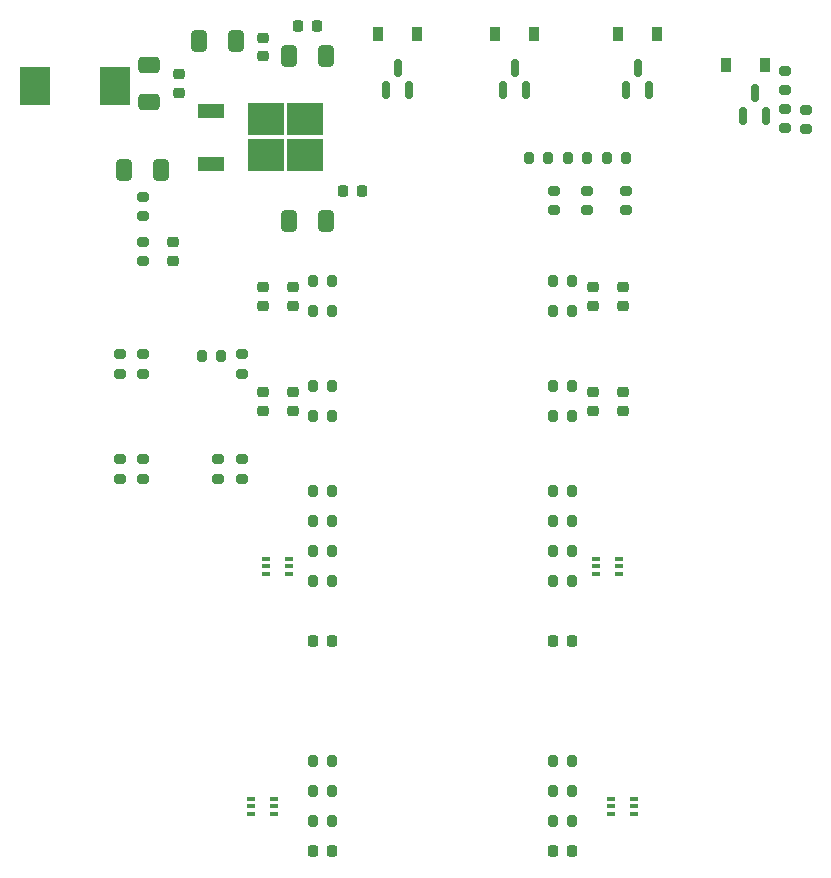
<source format=gbr>
%TF.GenerationSoftware,KiCad,Pcbnew,6.0.2+dfsg-1*%
%TF.CreationDate,2022-12-28T13:01:40+01:00*%
%TF.ProjectId,RobotMotorController,526f626f-744d-46f7-946f-72436f6e7472,rev?*%
%TF.SameCoordinates,Original*%
%TF.FileFunction,Paste,Bot*%
%TF.FilePolarity,Positive*%
%FSLAX46Y46*%
G04 Gerber Fmt 4.6, Leading zero omitted, Abs format (unit mm)*
G04 Created by KiCad (PCBNEW 6.0.2+dfsg-1) date 2022-12-28 13:01:40*
%MOMM*%
%LPD*%
G01*
G04 APERTURE LIST*
G04 Aperture macros list*
%AMRoundRect*
0 Rectangle with rounded corners*
0 $1 Rounding radius*
0 $2 $3 $4 $5 $6 $7 $8 $9 X,Y pos of 4 corners*
0 Add a 4 corners polygon primitive as box body*
4,1,4,$2,$3,$4,$5,$6,$7,$8,$9,$2,$3,0*
0 Add four circle primitives for the rounded corners*
1,1,$1+$1,$2,$3*
1,1,$1+$1,$4,$5*
1,1,$1+$1,$6,$7*
1,1,$1+$1,$8,$9*
0 Add four rect primitives between the rounded corners*
20,1,$1+$1,$2,$3,$4,$5,0*
20,1,$1+$1,$4,$5,$6,$7,0*
20,1,$1+$1,$6,$7,$8,$9,0*
20,1,$1+$1,$8,$9,$2,$3,0*%
G04 Aperture macros list end*
%ADD10RoundRect,0.200000X0.200000X0.275000X-0.200000X0.275000X-0.200000X-0.275000X0.200000X-0.275000X0*%
%ADD11RoundRect,0.225000X0.250000X-0.225000X0.250000X0.225000X-0.250000X0.225000X-0.250000X-0.225000X0*%
%ADD12RoundRect,0.200000X-0.275000X0.200000X-0.275000X-0.200000X0.275000X-0.200000X0.275000X0.200000X0*%
%ADD13RoundRect,0.200000X-0.200000X-0.275000X0.200000X-0.275000X0.200000X0.275000X-0.200000X0.275000X0*%
%ADD14R,0.900000X1.200000*%
%ADD15RoundRect,0.200000X0.275000X-0.200000X0.275000X0.200000X-0.275000X0.200000X-0.275000X-0.200000X0*%
%ADD16RoundRect,0.150000X0.150000X-0.587500X0.150000X0.587500X-0.150000X0.587500X-0.150000X-0.587500X0*%
%ADD17R,2.500000X3.300000*%
%ADD18RoundRect,0.225000X-0.250000X0.225000X-0.250000X-0.225000X0.250000X-0.225000X0.250000X0.225000X0*%
%ADD19R,0.650000X0.400000*%
%ADD20RoundRect,0.225000X-0.225000X-0.250000X0.225000X-0.250000X0.225000X0.250000X-0.225000X0.250000X0*%
%ADD21RoundRect,0.225000X0.225000X0.250000X-0.225000X0.250000X-0.225000X-0.250000X0.225000X-0.250000X0*%
%ADD22RoundRect,0.250000X-0.412500X-0.650000X0.412500X-0.650000X0.412500X0.650000X-0.412500X0.650000X0*%
%ADD23RoundRect,0.218750X-0.256250X0.218750X-0.256250X-0.218750X0.256250X-0.218750X0.256250X0.218750X0*%
%ADD24R,3.050000X2.750000*%
%ADD25R,2.200000X1.200000*%
%ADD26RoundRect,0.218750X0.256250X-0.218750X0.256250X0.218750X-0.256250X0.218750X-0.256250X-0.218750X0*%
%ADD27RoundRect,0.250000X0.412500X0.650000X-0.412500X0.650000X-0.412500X-0.650000X0.412500X-0.650000X0*%
%ADD28RoundRect,0.250000X0.650000X-0.412500X0.650000X0.412500X-0.650000X0.412500X-0.650000X-0.412500X0*%
G04 APERTURE END LIST*
D10*
%TO.C,R4*%
X24955000Y-55880000D03*
X23305000Y-55880000D03*
%TD*%
D11*
%TO.C,C11*%
X46990000Y-21095000D03*
X46990000Y-19545000D03*
%TD*%
D12*
%TO.C,R36*%
X8890000Y-2985000D03*
X8890000Y-4635000D03*
%TD*%
D13*
%TO.C,R24*%
X43625000Y-19050000D03*
X45275000Y-19050000D03*
%TD*%
D12*
%TO.C,R17*%
X6985000Y-16320000D03*
X6985000Y-17970000D03*
%TD*%
D13*
%TO.C,R13*%
X43625000Y-33020000D03*
X45275000Y-33020000D03*
%TD*%
D12*
%TO.C,R18*%
X6985000Y-25210000D03*
X6985000Y-26860000D03*
%TD*%
D14*
%TO.C,D11*%
X32130000Y10795000D03*
X28830000Y10795000D03*
%TD*%
D13*
%TO.C,R2*%
X43625000Y-53340000D03*
X45275000Y-53340000D03*
%TD*%
D15*
%TO.C,R28*%
X15240000Y-26860000D03*
X15240000Y-25210000D03*
%TD*%
D14*
%TO.C,D12*%
X42036000Y10795000D03*
X38736000Y10795000D03*
%TD*%
D10*
%TO.C,R31*%
X24955000Y-10160000D03*
X23305000Y-10160000D03*
%TD*%
D16*
%TO.C,Q3*%
X41336000Y6047500D03*
X39436000Y6047500D03*
X40386000Y7922500D03*
%TD*%
D10*
%TO.C,R27*%
X15557000Y-16510000D03*
X13907000Y-16510000D03*
%TD*%
D13*
%TO.C,R3*%
X43625000Y-50800000D03*
X45275000Y-50800000D03*
%TD*%
D16*
%TO.C,Q2*%
X31430000Y6047500D03*
X29530000Y6047500D03*
X30480000Y7922500D03*
%TD*%
D11*
%TO.C,C13*%
X46990000Y-12205000D03*
X46990000Y-10655000D03*
%TD*%
D17*
%TO.C,D5*%
X6546000Y6350000D03*
X-254000Y6350000D03*
%TD*%
D18*
%TO.C,C10*%
X21590000Y-19545000D03*
X21590000Y-21095000D03*
%TD*%
D13*
%TO.C,R21*%
X23305000Y-21590000D03*
X24955000Y-21590000D03*
%TD*%
D12*
%TO.C,R15*%
X63246000Y4444000D03*
X63246000Y2794000D03*
%TD*%
D11*
%TO.C,C5*%
X19050000Y8890000D03*
X19050000Y10440000D03*
%TD*%
D19*
%TO.C,D1*%
X18100000Y-55260000D03*
X18100000Y-54610000D03*
X18100000Y-53960000D03*
X20000000Y-53960000D03*
X20000000Y-54610000D03*
X20000000Y-55260000D03*
%TD*%
D12*
%TO.C,R26*%
X17272000Y-25210000D03*
X17272000Y-26860000D03*
%TD*%
D13*
%TO.C,R1*%
X43625000Y-55880000D03*
X45275000Y-55880000D03*
%TD*%
D10*
%TO.C,R8*%
X24955000Y-30480000D03*
X23305000Y-30480000D03*
%TD*%
%TO.C,R5*%
X24955000Y-53340000D03*
X23305000Y-53340000D03*
%TD*%
D20*
%TO.C,C15*%
X43675000Y-58420000D03*
X45225000Y-58420000D03*
%TD*%
D13*
%TO.C,R29*%
X23305000Y-12700000D03*
X24955000Y-12700000D03*
%TD*%
D10*
%TO.C,R30*%
X45275000Y-12700000D03*
X43625000Y-12700000D03*
%TD*%
D21*
%TO.C,C2*%
X24905000Y-40640000D03*
X23355000Y-40640000D03*
%TD*%
D10*
%TO.C,R9*%
X24955000Y-33020000D03*
X23305000Y-33020000D03*
%TD*%
D12*
%TO.C,R40*%
X49784000Y-2477000D03*
X49784000Y-4127000D03*
%TD*%
D22*
%TO.C,C4*%
X13677500Y10160000D03*
X16802500Y10160000D03*
%TD*%
D12*
%TO.C,R34*%
X43688000Y-2477000D03*
X43688000Y-4127000D03*
%TD*%
D20*
%TO.C,C1*%
X43675000Y-40640000D03*
X45225000Y-40640000D03*
%TD*%
D16*
%TO.C,Q4*%
X51750000Y6047500D03*
X49850000Y6047500D03*
X50800000Y7922500D03*
%TD*%
D10*
%TO.C,R7*%
X24955000Y-27940000D03*
X23305000Y-27940000D03*
%TD*%
D23*
%TO.C,D7*%
X49530000Y-19532500D03*
X49530000Y-21107500D03*
%TD*%
D10*
%TO.C,R39*%
X46545000Y254000D03*
X44895000Y254000D03*
%TD*%
%TO.C,R10*%
X24955000Y-35560000D03*
X23305000Y-35560000D03*
%TD*%
D24*
%TO.C,U7*%
X22654000Y508000D03*
X19304000Y3558000D03*
X19304000Y508000D03*
X22654000Y3558000D03*
D25*
X14679000Y-247000D03*
X14679000Y4313000D03*
%TD*%
D10*
%TO.C,R35*%
X43243000Y254000D03*
X41593000Y254000D03*
%TD*%
D22*
%TO.C,C6*%
X21297500Y8890000D03*
X24422500Y8890000D03*
%TD*%
D10*
%TO.C,R22*%
X45275000Y-21590000D03*
X43625000Y-21590000D03*
%TD*%
D15*
%TO.C,R16*%
X63246000Y6033000D03*
X63246000Y7683000D03*
%TD*%
D12*
%TO.C,R38*%
X46482000Y-2477000D03*
X46482000Y-4127000D03*
%TD*%
D22*
%TO.C,C8*%
X21297500Y-5080000D03*
X24422500Y-5080000D03*
%TD*%
D12*
%TO.C,R25*%
X17272000Y-16320000D03*
X17272000Y-17970000D03*
%TD*%
D19*
%TO.C,D2*%
X50480000Y-53960000D03*
X50480000Y-54610000D03*
X50480000Y-55260000D03*
X48580000Y-55260000D03*
X48580000Y-54610000D03*
X48580000Y-53960000D03*
%TD*%
D18*
%TO.C,C16*%
X11430000Y-6845000D03*
X11430000Y-8395000D03*
%TD*%
D26*
%TO.C,D6*%
X19050000Y-21107500D03*
X19050000Y-19532500D03*
%TD*%
D13*
%TO.C,R11*%
X43625000Y-27940000D03*
X45275000Y-27940000D03*
%TD*%
D14*
%TO.C,D13*%
X52450000Y10795000D03*
X49150000Y10795000D03*
%TD*%
D12*
%TO.C,R37*%
X8890000Y-6795000D03*
X8890000Y-8445000D03*
%TD*%
D20*
%TO.C,C9*%
X25895000Y-2540000D03*
X27445000Y-2540000D03*
%TD*%
D13*
%TO.C,R32*%
X43625000Y-10160000D03*
X45275000Y-10160000D03*
%TD*%
D15*
%TO.C,R19*%
X8890000Y-17970000D03*
X8890000Y-16320000D03*
%TD*%
D27*
%TO.C,C3*%
X10452500Y-762000D03*
X7327500Y-762000D03*
%TD*%
D15*
%TO.C,R20*%
X8890000Y-26860000D03*
X8890000Y-25210000D03*
%TD*%
D13*
%TO.C,R12*%
X43625000Y-30480000D03*
X45275000Y-30480000D03*
%TD*%
D14*
%TO.C,D10*%
X61594000Y8128000D03*
X58294000Y8128000D03*
%TD*%
D12*
%TO.C,R33*%
X65024000Y4381000D03*
X65024000Y2731000D03*
%TD*%
D16*
%TO.C,Q1*%
X61656000Y3888500D03*
X59756000Y3888500D03*
X60706000Y5763500D03*
%TD*%
D26*
%TO.C,D8*%
X19050000Y-12217500D03*
X19050000Y-10642500D03*
%TD*%
D10*
%TO.C,R41*%
X49847000Y254000D03*
X48197000Y254000D03*
%TD*%
%TO.C,R6*%
X24955000Y-50800000D03*
X23305000Y-50800000D03*
%TD*%
D11*
%TO.C,C18*%
X11938000Y5829000D03*
X11938000Y7379000D03*
%TD*%
D20*
%TO.C,C7*%
X22085000Y11430000D03*
X23635000Y11430000D03*
%TD*%
D10*
%TO.C,R23*%
X24955000Y-19050000D03*
X23305000Y-19050000D03*
%TD*%
D18*
%TO.C,C12*%
X21590000Y-10655000D03*
X21590000Y-12205000D03*
%TD*%
D21*
%TO.C,C14*%
X24905000Y-58420000D03*
X23355000Y-58420000D03*
%TD*%
D23*
%TO.C,D9*%
X49530000Y-10642500D03*
X49530000Y-12217500D03*
%TD*%
D13*
%TO.C,R14*%
X43625000Y-35560000D03*
X45275000Y-35560000D03*
%TD*%
D28*
%TO.C,C17*%
X9398000Y5041500D03*
X9398000Y8166500D03*
%TD*%
D19*
%TO.C,D3*%
X19370000Y-34940000D03*
X19370000Y-34290000D03*
X19370000Y-33640000D03*
X21270000Y-33640000D03*
X21270000Y-34290000D03*
X21270000Y-34940000D03*
%TD*%
%TO.C,D4*%
X49210000Y-33640000D03*
X49210000Y-34290000D03*
X49210000Y-34940000D03*
X47310000Y-34940000D03*
X47310000Y-34290000D03*
X47310000Y-33640000D03*
%TD*%
M02*

</source>
